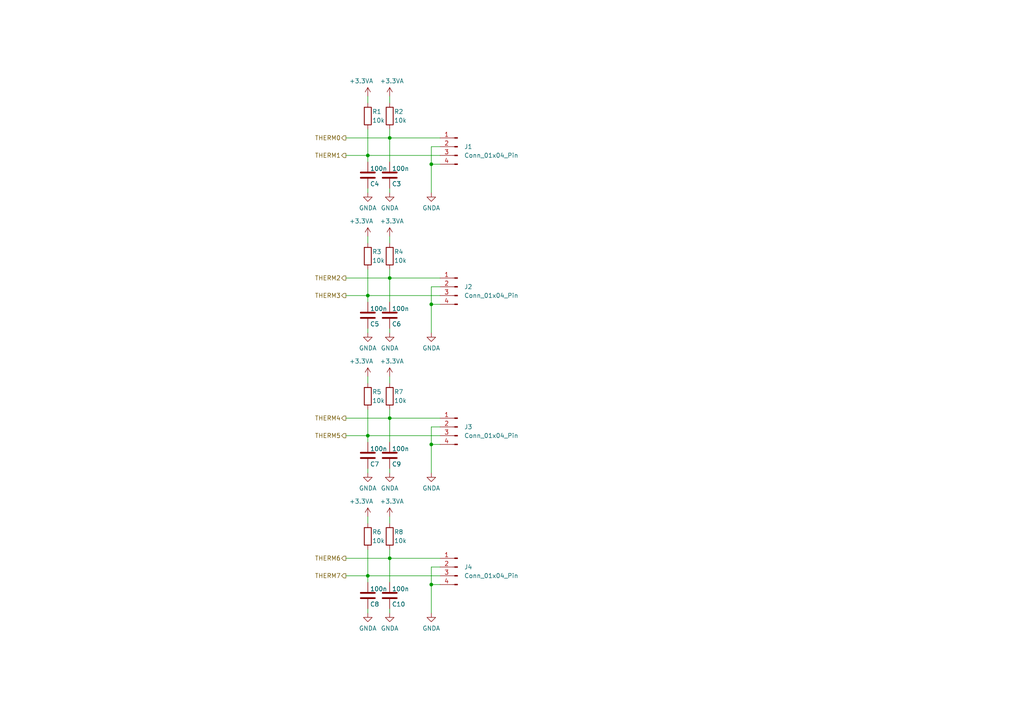
<source format=kicad_sch>
(kicad_sch (version 20230121) (generator eeschema)
  (paper "A4")
  (lib_symbols
    (symbol "Connector:Conn_01x04_Pin" (pin_names (offset 1.016) hide)
      (property "Reference" "J" (at 0 5.08 0))
      (property "Value" "Conn_01x04_Pin" (at 0 -7.62 0))
      (symbol "Conn_01x04_Pin_1_1"
        (polyline (pts (xy 1.27 -5.08) (xy 0.8636 -5.08)) (stroke (width 0.1524)))
        (polyline (pts (xy 1.27 -2.54) (xy 0.8636 -2.54)) (stroke (width 0.1524)))
        (polyline (pts (xy 1.27 0) (xy 0.8636 0)) (stroke (width 0.1524)))
        (polyline (pts (xy 1.27 2.54) (xy 0.8636 2.54)) (stroke (width 0.1524)))
        (rectangle (start 0.8636 -4.953) (end 0 -5.207) (stroke (width 0.1524)) (fill (type outline)))
        (rectangle (start 0.8636 -2.413) (end 0 -2.667) (stroke (width 0.1524)) (fill (type outline)))
        (rectangle (start 0.8636 0.127) (end 0 -0.127) (stroke (width 0.1524)) (fill (type outline)))
        (rectangle (start 0.8636 2.667) (end 0 2.413) (stroke (width 0.1524)) (fill (type outline)))
        (pin passive line (at 5.08 2.54 180) (length 3.81) (name "Pin_1") (number "1"))
        (pin passive line (at 5.08 0 180) (length 3.81) (name "Pin_2") (number "2"))
        (pin passive line (at 5.08 -2.54 180) (length 3.81) (name "Pin_3") (number "3"))
        (pin passive line (at 5.08 -5.08 180) (length 3.81) (name "Pin_4") (number "4"))
      )
    )
    (symbol "Device:C" (pin_numbers hide) (pin_names (offset 0.254))
      (property "Reference" "C" (at 0.635 2.54 0))
      (property "Value" "C" (at 0.635 -2.54 0))
      (symbol "C_0_1"
        (polyline (pts (xy -2.032 -0.762) (xy 2.032 -0.762)) (stroke (width 0.508)))
        (polyline (pts (xy -2.032 0.762) (xy 2.032 0.762)) (stroke (width 0.508)))
      )
      (symbol "C_1_1"
        (pin passive line (at 0 3.81 270) (length 2.794) (name "~") (number "1"))
        (pin passive line (at 0 -3.81 90) (length 2.794) (name "~") (number "2"))
      )
    )
    (symbol "Device:R" (pin_numbers hide) (pin_names (offset 0))
      (property "Reference" "R" (at 2.032 0 90))
      (property "Value" "R" (at 0 0 90))
      (symbol "R_0_1"
        (rectangle (start -1.016 -2.54) (end 1.016 2.54) (stroke (width 0.254)))
      )
      (symbol "R_1_1"
        (pin passive line (at 0 3.81 270) (length 1.27) (name "~") (number "1"))
        (pin passive line (at 0 -3.81 90) (length 1.27) (name "~") (number "2"))
      )
    )
    (symbol "power:+3.3VA" (power) (pin_names (offset 0))
      (property "Value" "+3.3VA" (at 0 3.556 0))
      (symbol "+3.3VA_0_1"
        (polyline (pts (xy -0.762 1.27) (xy 0 2.54)))
        (polyline (pts (xy 0 0) (xy 0 2.54)))
        (polyline (pts (xy 0 2.54) (xy 0.762 1.27)))
      )
      (symbol "+3.3VA_1_1"
        (pin power_in line (at 0 0 90) (length 0) hide (name "+3.3VA") (number "1"))
      )
    )
    (symbol "power:GNDA" (power) (pin_names (offset 0))
      (property "Value" "GNDA" (at 0 -3.81 0))
      (symbol "GNDA_0_1"
        (polyline (pts (xy 0 0) (xy 0 -1.27) (xy 1.27 -1.27) (xy 0 -2.54) (xy -1.27 -1.27) (xy 0 -1.27)))
      )
      (symbol "GNDA_1_1"
        (pin power_in line (at 0 0 270) (length 0) hide (name "GNDA") (number "1"))
      )
    )
  )
  (junction (at 125.095 88.265))
  (junction (at 113.03 40.005))
  (junction (at 125.095 47.625))
  (junction (at 125.095 169.545))
  (junction (at 125.095 128.905))
  (junction (at 106.68 85.725))
  (junction (at 113.03 161.925))
  (junction (at 113.03 121.285))
  (junction (at 113.03 80.645))
  (junction (at 106.68 167.005))
  (junction (at 106.68 45.085))
  (junction (at 106.68 126.365))
  (wire (pts (xy 125.095 164.465) (xy 125.095 169.545)))
  (wire (pts (xy 106.68 85.725) (xy 106.68 87.63)))
  (wire (pts (xy 113.03 149.86) (xy 113.03 151.765)))
  (wire (pts (xy 106.68 126.365) (xy 106.68 128.27)))
  (wire (pts (xy 106.68 68.58) (xy 106.68 70.485)))
  (wire (pts (xy 113.03 121.285) (xy 113.03 118.745)))
  (wire (pts (xy 113.03 161.925) (xy 113.03 168.91)))
  (wire (pts (xy 100.33 45.085) (xy 106.68 45.085)))
  (wire (pts (xy 113.03 135.89) (xy 113.03 137.16)))
  (wire (pts (xy 127.635 45.085) (xy 106.68 45.085)))
  (wire (pts (xy 127.635 167.005) (xy 106.68 167.005)))
  (wire (pts (xy 106.68 109.22) (xy 106.68 111.125)))
  (wire (pts (xy 125.095 47.625) (xy 127.635 47.625)))
  (wire (pts (xy 125.095 88.265) (xy 127.635 88.265)))
  (wire (pts (xy 106.68 167.005) (xy 106.68 159.385)))
  (wire (pts (xy 127.635 85.725) (xy 106.68 85.725)))
  (wire (pts (xy 100.33 40.005) (xy 113.03 40.005)))
  (wire (pts (xy 100.33 85.725) (xy 106.68 85.725)))
  (wire (pts (xy 125.095 128.905) (xy 125.095 137.16)))
  (wire (pts (xy 125.095 128.905) (xy 127.635 128.905)))
  (wire (pts (xy 113.03 176.53) (xy 113.03 177.8)))
  (wire (pts (xy 106.68 176.53) (xy 106.68 177.8)))
  (wire (pts (xy 127.635 123.825) (xy 125.095 123.825)))
  (wire (pts (xy 113.03 161.925) (xy 113.03 159.385)))
  (wire (pts (xy 113.03 95.25) (xy 113.03 96.52)))
  (wire (pts (xy 125.095 47.625) (xy 125.095 55.88)))
  (wire (pts (xy 125.095 169.545) (xy 125.095 177.8)))
  (wire (pts (xy 113.03 80.645) (xy 113.03 87.63)))
  (wire (pts (xy 113.03 68.58) (xy 113.03 70.485)))
  (wire (pts (xy 113.03 27.94) (xy 113.03 29.845)))
  (wire (pts (xy 106.68 45.085) (xy 106.68 46.99)))
  (wire (pts (xy 113.03 40.005) (xy 113.03 37.465)))
  (wire (pts (xy 100.33 161.925) (xy 113.03 161.925)))
  (wire (pts (xy 125.095 42.545) (xy 125.095 47.625)))
  (wire (pts (xy 100.33 167.005) (xy 106.68 167.005)))
  (wire (pts (xy 106.68 126.365) (xy 106.68 118.745)))
  (wire (pts (xy 106.68 167.005) (xy 106.68 168.91)))
  (wire (pts (xy 125.095 169.545) (xy 127.635 169.545)))
  (wire (pts (xy 100.33 126.365) (xy 106.68 126.365)))
  (wire (pts (xy 125.095 88.265) (xy 125.095 96.52)))
  (wire (pts (xy 106.68 54.61) (xy 106.68 55.88)))
  (wire (pts (xy 127.635 42.545) (xy 125.095 42.545)))
  (wire (pts (xy 113.03 54.61) (xy 113.03 55.88)))
  (wire (pts (xy 125.095 123.825) (xy 125.095 128.905)))
  (wire (pts (xy 125.095 83.185) (xy 125.095 88.265)))
  (wire (pts (xy 100.33 121.285) (xy 113.03 121.285)))
  (wire (pts (xy 127.635 121.285) (xy 113.03 121.285)))
  (wire (pts (xy 113.03 109.22) (xy 113.03 111.125)))
  (wire (pts (xy 106.68 149.86) (xy 106.68 151.765)))
  (wire (pts (xy 113.03 121.285) (xy 113.03 128.27)))
  (wire (pts (xy 113.03 80.645) (xy 113.03 78.105)))
  (wire (pts (xy 127.635 126.365) (xy 106.68 126.365)))
  (wire (pts (xy 127.635 161.925) (xy 113.03 161.925)))
  (wire (pts (xy 127.635 80.645) (xy 113.03 80.645)))
  (wire (pts (xy 106.68 27.94) (xy 106.68 29.845)))
  (wire (pts (xy 127.635 83.185) (xy 125.095 83.185)))
  (wire (pts (xy 106.68 95.25) (xy 106.68 96.52)))
  (wire (pts (xy 106.68 135.89) (xy 106.68 137.16)))
  (wire (pts (xy 100.33 80.645) (xy 113.03 80.645)))
  (wire (pts (xy 113.03 40.005) (xy 113.03 46.99)))
  (wire (pts (xy 106.68 45.085) (xy 106.68 37.465)))
  (wire (pts (xy 106.68 85.725) (xy 106.68 78.105)))
  (wire (pts (xy 127.635 164.465) (xy 125.095 164.465)))
  (wire (pts (xy 127.635 40.005) (xy 113.03 40.005)))
  (hierarchical_label "THERM4" (shape output) (at 100.33 121.285 180))
  (hierarchical_label "THERM3" (shape output) (at 100.33 85.725 180))
  (hierarchical_label "THERM1" (shape output) (at 100.33 45.085 180))
  (hierarchical_label "THERM0" (shape output) (at 100.33 40.005 180))
  (hierarchical_label "THERM5" (shape output) (at 100.33 126.365 180))
  (hierarchical_label "THERM2" (shape output) (at 100.33 80.645 180))
  (hierarchical_label "THERM6" (shape output) (at 100.33 161.925 180))
  (hierarchical_label "THERM7" (shape output) (at 100.33 167.005 180))
  (symbol (lib_id "Device:R") (at 106.68 155.575 0) (unit 1)
    (property "Reference" "R6" (at 107.95 154.305 0) (effects (justify left)))
    (property "Value" "10k" (at 107.95 156.845 0) (effects (justify left)))
    (property "Footprint" "Resistor_SMD:R_0805_2012Metric_Pad1.20x1.40mm_HandSolder" (effects hide))
    (instances (project "tem" (path "" (reference "R6") (unit 1)) (path "" (reference "R12") (unit 1)) (path "" (reference "R20") (unit 1))))
  )
  (symbol (lib_id "power:GNDA") (at 125.095 96.52 0) (unit 1)
    (property "Reference" "#PWR012" (effects hide))
    (property "Value" "GNDA" (at 125.095 100.965 0))
    (instances (project "tem" (path "" (reference "#PWR012") (unit 1)) (path "" (reference "#PWR040") (unit 1)) (path "" (reference "#PWR060") (unit 1))))
  )
  (symbol (lib_id "Device:R") (at 113.03 155.575 0) (unit 1)
    (property "Reference" "R8" (at 114.3 154.305 0) (effects (justify left)))
    (property "Value" "10k" (at 114.3 156.845 0) (effects (justify left)))
    (property "Footprint" "Resistor_SMD:R_0805_2012Metric_Pad1.20x1.40mm_HandSolder" (effects hide))
    (instances (project "tem" (path "" (reference "R8") (unit 1)) (path "" (reference "R16") (unit 1)) (path "" (reference "R24") (unit 1))))
  )
  (symbol (lib_id "Device:R") (at 106.68 33.655 0) (unit 1)
    (property "Reference" "R1" (at 107.95 32.385 0) (effects (justify left)))
    (property "Value" "10k" (at 107.95 34.925 0) (effects (justify left)))
    (property "Footprint" "Resistor_SMD:R_0805_2012Metric_Pad1.20x1.40mm_HandSolder" (effects hide))
    (instances (project "tem" (path "" (reference "R1") (unit 1)) (path "" (reference "R9") (unit 1)) (path "" (reference "R17") (unit 1))))
  )
  (symbol (lib_id "Connector:Conn_01x04_Pin") (at 132.715 123.825 0) (mirror y) (unit 1)
    (property "Reference" "J3" (at 134.62 123.825 0) (effects (justify right)))
    (property "Value" "Conn_01x04_Pin" (at 134.62 126.365 0) (effects (justify right)))
    (property "Footprint" "sufst-lib:Thermistor_x2" (effects hide))
    (instances (project "tem" (path "" (reference "J3") (unit 1)) (path "" (reference "J7") (unit 1)) (path "" (reference "J11") (unit 1))))
  )
  (symbol (lib_id "power:+3.3VA") (at 113.03 27.94 0) (unit 1)
    (property "Reference" "#PWR05" (effects hide))
    (property "Value" "+3.3VA" (at 113.665 23.495 0))
    (instances (project "tem" (path "" (reference "#PWR05") (unit 1)) (path "" (reference "#PWR031") (unit 1)) (path "" (reference "#PWR051") (unit 1))))
  )
  (symbol (lib_id "Device:R") (at 113.03 33.655 0) (unit 1)
    (property "Reference" "R2" (at 114.3 32.385 0) (effects (justify left)))
    (property "Value" "10k" (at 114.3 34.925 0) (effects (justify left)))
    (property "Footprint" "Resistor_SMD:R_0805_2012Metric_Pad1.20x1.40mm_HandSolder" (effects hide))
    (instances (project "tem" (path "" (reference "R2") (unit 1)) (path "" (reference "R13") (unit 1)) (path "" (reference "R21") (unit 1))))
  )
  (symbol (lib_id "Connector:Conn_01x04_Pin") (at 132.715 83.185 0) (mirror y) (unit 1)
    (property "Reference" "J2" (at 134.62 83.185 0) (effects (justify right)))
    (property "Value" "Conn_01x04_Pin" (at 134.62 85.725 0) (effects (justify right)))
    (property "Footprint" "sufst-lib:Thermistor_x2" (effects hide))
    (instances (project "tem" (path "" (reference "J2") (unit 1)) (path "" (reference "J6") (unit 1)) (path "" (reference "J10") (unit 1))))
  )
  (symbol (lib_id "power:GNDA") (at 125.095 55.88 0) (unit 1)
    (property "Reference" "#PWR03" (effects hide))
    (property "Value" "GNDA" (at 125.095 60.325 0))
    (instances (project "tem" (path "" (reference "#PWR03") (unit 1)) (path "" (reference "#PWR039") (unit 1)) (path "" (reference "#PWR059") (unit 1))))
  )
  (symbol (lib_id "Device:R") (at 113.03 74.295 0) (unit 1)
    (property "Reference" "R4" (at 114.3 73.025 0) (effects (justify left)))
    (property "Value" "10k" (at 114.3 75.565 0) (effects (justify left)))
    (property "Footprint" "Resistor_SMD:R_0805_2012Metric_Pad1.20x1.40mm_HandSolder" (effects hide))
    (instances (project "tem" (path "" (reference "R4") (unit 1)) (path "" (reference "R14") (unit 1)) (path "" (reference "R22") (unit 1))))
  )
  (symbol (lib_id "Connector:Conn_01x04_Pin") (at 132.715 42.545 0) (mirror y) (unit 1)
    (property "Reference" "J1" (at 134.62 42.545 0) (effects (justify right)))
    (property "Value" "Conn_01x04_Pin" (at 134.62 45.085 0) (effects (justify right)))
    (property "Footprint" "sufst-lib:Thermistor_x2" (effects hide))
    (instances (project "tem" (path "" (reference "J1") (unit 1)) (path "" (reference "J5") (unit 1)) (path "" (reference "J9") (unit 1))))
  )
  (symbol (lib_id "power:+3.3VA") (at 113.03 109.22 0) (unit 1)
    (property "Reference" "#PWR017" (effects hide))
    (property "Value" "+3.3VA" (at 113.665 104.775 0))
    (instances (project "tem" (path "" (reference "#PWR017") (unit 1)) (path "" (reference "#PWR035") (unit 1)) (path "" (reference "#PWR055") (unit 1))))
  )
  (symbol (lib_id "power:+3.3VA") (at 106.68 68.58 0) (unit 1)
    (property "Reference" "#PWR08" (effects hide))
    (property "Value" "+3.3VA" (at 104.775 64.135 0))
    (instances (project "tem" (path "" (reference "#PWR08") (unit 1)) (path "" (reference "#PWR025") (unit 1)) (path "" (reference "#PWR045") (unit 1))))
  )
  (symbol (lib_id "power:GNDA") (at 113.03 177.8 0) (unit 1)
    (property "Reference" "#PWR020" (effects hide))
    (property "Value" "GNDA" (at 113.03 182.245 0))
    (instances (project "tem" (path "" (reference "#PWR020") (unit 1)) (path "" (reference "#PWR038") (unit 1)) (path "" (reference "#PWR058") (unit 1))))
  )
  (symbol (lib_id "Device:C") (at 106.68 50.8 0) (unit 1)
    (property "Reference" "C4" (at 107.315 53.34 0) (effects (justify left)))
    (property "Value" "100n" (at 107.315 48.895 0) (effects (justify left)))
    (property "Footprint" "Capacitor_SMD:C_0805_2012Metric_Pad1.18x1.45mm_HandSolder" (effects hide))
    (instances (project "tem" (path "" (reference "C4") (unit 1)) (path "" (reference "C11") (unit 1)) (path "" (reference "C19") (unit 1))))
  )
  (symbol (lib_id "power:GNDA") (at 125.095 137.16 0) (unit 1)
    (property "Reference" "#PWR021" (effects hide))
    (property "Value" "GNDA" (at 125.095 141.605 0))
    (instances (project "tem" (path "" (reference "#PWR021") (unit 1)) (path "" (reference "#PWR041") (unit 1)) (path "" (reference "#PWR061") (unit 1))))
  )
  (symbol (lib_id "Device:C") (at 106.68 132.08 0) (unit 1)
    (property "Reference" "C7" (at 107.315 134.62 0) (effects (justify left)))
    (property "Value" "100n" (at 107.315 130.175 0) (effects (justify left)))
    (property "Footprint" "Capacitor_SMD:C_0805_2012Metric_Pad1.18x1.45mm_HandSolder" (effects hide))
    (instances (project "tem" (path "" (reference "C7") (unit 1)) (path "" (reference "C13") (unit 1)) (path "" (reference "C21") (unit 1))))
  )
  (symbol (lib_id "power:GNDA") (at 106.68 55.88 0) (unit 1)
    (property "Reference" "#PWR07" (effects hide))
    (property "Value" "GNDA" (at 106.68 60.325 0))
    (instances (project "tem" (path "" (reference "#PWR07") (unit 1)) (path "" (reference "#PWR024") (unit 1)) (path "" (reference "#PWR044") (unit 1))))
  )
  (symbol (lib_id "Device:R") (at 106.68 114.935 0) (unit 1)
    (property "Reference" "R5" (at 107.95 113.665 0) (effects (justify left)))
    (property "Value" "10k" (at 107.95 116.205 0) (effects (justify left)))
    (property "Footprint" "Resistor_SMD:R_0805_2012Metric_Pad1.20x1.40mm_HandSolder" (effects hide))
    (instances (project "tem" (path "" (reference "R5") (unit 1)) (path "" (reference "R11") (unit 1)) (path "" (reference "R19") (unit 1))))
  )
  (symbol (lib_id "power:GNDA") (at 113.03 55.88 0) (unit 1)
    (property "Reference" "#PWR06" (effects hide))
    (property "Value" "GNDA" (at 113.03 60.325 0))
    (instances (project "tem" (path "" (reference "#PWR06") (unit 1)) (path "" (reference "#PWR032") (unit 1)) (path "" (reference "#PWR052") (unit 1))))
  )
  (symbol (lib_id "Device:C") (at 113.03 172.72 0) (unit 1)
    (property "Reference" "C10" (at 113.665 175.26 0) (effects (justify left)))
    (property "Value" "100n" (at 113.665 170.815 0) (effects (justify left)))
    (property "Footprint" "Capacitor_SMD:C_0805_2012Metric_Pad1.18x1.45mm_HandSolder" (effects hide))
    (instances (project "tem" (path "" (reference "C10") (unit 1)) (path "" (reference "C18") (unit 1)) (path "" (reference "C26") (unit 1))))
  )
  (symbol (lib_id "power:+3.3VA") (at 113.03 149.86 0) (unit 1)
    (property "Reference" "#PWR019" (effects hide))
    (property "Value" "+3.3VA" (at 113.665 145.415 0))
    (instances (project "tem" (path "" (reference "#PWR019") (unit 1)) (path "" (reference "#PWR037") (unit 1)) (path "" (reference "#PWR057") (unit 1))))
  )
  (symbol (lib_id "Device:C") (at 113.03 50.8 0) (unit 1)
    (property "Reference" "C3" (at 113.665 53.34 0) (effects (justify left)))
    (property "Value" "100n" (at 113.665 48.895 0) (effects (justify left)))
    (property "Footprint" "Capacitor_SMD:C_0805_2012Metric_Pad1.18x1.45mm_HandSolder" (effects hide))
    (instances (project "tem" (path "" (reference "C3") (unit 1)) (path "" (reference "C15") (unit 1)) (path "" (reference "C23") (unit 1))))
  )
  (symbol (lib_id "Device:C") (at 106.68 172.72 0) (unit 1)
    (property "Reference" "C8" (at 107.315 175.26 0) (effects (justify left)))
    (property "Value" "100n" (at 107.315 170.815 0) (effects (justify left)))
    (property "Footprint" "Capacitor_SMD:C_0805_2012Metric_Pad1.18x1.45mm_HandSolder" (effects hide))
    (instances (project "tem" (path "" (reference "C8") (unit 1)) (path "" (reference "C14") (unit 1)) (path "" (reference "C22") (unit 1))))
  )
  (symbol (lib_id "power:GNDA") (at 106.68 96.52 0) (unit 1)
    (property "Reference" "#PWR09" (effects hide))
    (property "Value" "GNDA" (at 106.68 100.965 0))
    (instances (project "tem" (path "" (reference "#PWR09") (unit 1)) (path "" (reference "#PWR026") (unit 1)) (path "" (reference "#PWR046") (unit 1))))
  )
  (symbol (lib_id "Device:C") (at 106.68 91.44 0) (unit 1)
    (property "Reference" "C5" (at 107.315 93.98 0) (effects (justify left)))
    (property "Value" "100n" (at 107.315 89.535 0) (effects (justify left)))
    (property "Footprint" "Capacitor_SMD:C_0805_2012Metric_Pad1.18x1.45mm_HandSolder" (effects hide))
    (instances (project "tem" (path "" (reference "C5") (unit 1)) (path "" (reference "C12") (unit 1)) (path "" (reference "C20") (unit 1))))
  )
  (symbol (lib_id "Device:C") (at 113.03 91.44 0) (unit 1)
    (property "Reference" "C6" (at 113.665 93.98 0) (effects (justify left)))
    (property "Value" "100n" (at 113.665 89.535 0) (effects (justify left)))
    (property "Footprint" "Capacitor_SMD:C_0805_2012Metric_Pad1.18x1.45mm_HandSolder" (effects hide))
    (instances (project "tem" (path "" (reference "C6") (unit 1)) (path "" (reference "C16") (unit 1)) (path "" (reference "C24") (unit 1))))
  )
  (symbol (lib_id "Device:C") (at 113.03 132.08 0) (unit 1)
    (property "Reference" "C9" (at 113.665 134.62 0) (effects (justify left)))
    (property "Value" "100n" (at 113.665 130.175 0) (effects (justify left)))
    (property "Footprint" "Capacitor_SMD:C_0805_2012Metric_Pad1.18x1.45mm_HandSolder" (effects hide))
    (instances (project "tem" (path "" (reference "C9") (unit 1)) (path "" (reference "C17") (unit 1)) (path "" (reference "C25") (unit 1))))
  )
  (symbol (lib_id "power:+3.3VA") (at 106.68 149.86 0) (unit 1)
    (property "Reference" "#PWR015" (effects hide))
    (property "Value" "+3.3VA" (at 104.775 145.415 0))
    (instances (project "tem" (path "" (reference "#PWR015") (unit 1)) (path "" (reference "#PWR029") (unit 1)) (path "" (reference "#PWR049") (unit 1))))
  )
  (symbol (lib_id "power:GNDA") (at 106.68 137.16 0) (unit 1)
    (property "Reference" "#PWR014" (effects hide))
    (property "Value" "GNDA" (at 106.68 141.605 0))
    (instances (project "tem" (path "" (reference "#PWR014") (unit 1)) (path "" (reference "#PWR028") (unit 1)) (path "" (reference "#PWR048") (unit 1))))
  )
  (symbol (lib_id "Device:R") (at 113.03 114.935 0) (unit 1)
    (property "Reference" "R7" (at 114.3 113.665 0) (effects (justify left)))
    (property "Value" "10k" (at 114.3 116.205 0) (effects (justify left)))
    (property "Footprint" "Resistor_SMD:R_0805_2012Metric_Pad1.20x1.40mm_HandSolder" (effects hide))
    (instances (project "tem" (path "" (reference "R7") (unit 1)) (path "" (reference "R15") (unit 1)) (path "" (reference "R23") (unit 1))))
  )
  (symbol (lib_id "power:GNDA") (at 113.03 96.52 0) (unit 1)
    (property "Reference" "#PWR011" (effects hide))
    (property "Value" "GNDA" (at 113.03 100.965 0))
    (instances (project "tem" (path "" (reference "#PWR011") (unit 1)) (path "" (reference "#PWR034") (unit 1)) (path "" (reference "#PWR054") (unit 1))))
  )
  (symbol (lib_id "power:GNDA") (at 106.68 177.8 0) (unit 1)
    (property "Reference" "#PWR016" (effects hide))
    (property "Value" "GNDA" (at 106.68 182.245 0))
    (instances (project "tem" (path "" (reference "#PWR016") (unit 1)) (path "" (reference "#PWR030") (unit 1)) (path "" (reference "#PWR050") (unit 1))))
  )
  (symbol (lib_id "power:GNDA") (at 125.095 177.8 0) (unit 1)
    (property "Reference" "#PWR022" (effects hide))
    (property "Value" "GNDA" (at 125.095 182.245 0))
    (instances (project "tem" (path "" (reference "#PWR022") (unit 1)) (path "" (reference "#PWR042") (unit 1)) (path "" (reference "#PWR062") (unit 1))))
  )
  (symbol (lib_id "power:+3.3VA") (at 106.68 27.94 0) (unit 1)
    (property "Reference" "#PWR04" (effects hide))
    (property "Value" "+3.3VA" (at 104.775 23.495 0))
    (instances (project "tem" (path "" (reference "#PWR04") (unit 1)) (path "" (reference "#PWR023") (unit 1)) (path "" (reference "#PWR043") (unit 1))))
  )
  (symbol (lib_id "power:GNDA") (at 113.03 137.16 0) (unit 1)
    (property "Reference" "#PWR018" (effects hide))
    (property "Value" "GNDA" (at 113.03 141.605 0))
    (instances (project "tem" (path "" (reference "#PWR018") (unit 1)) (path "" (reference "#PWR036") (unit 1)) (path "" (reference "#PWR056") (unit 1))))
  )
  (symbol (lib_id "Device:R") (at 106.68 74.295 0) (unit 1)
    (property "Reference" "R3" (at 107.95 73.025 0) (effects (justify left)))
    (property "Value" "10k" (at 107.95 75.565 0) (effects (justify left)))
    (property "Footprint" "Resistor_SMD:R_0805_2012Metric_Pad1.20x1.40mm_HandSolder" (effects hide))
    (instances (project "tem" (path "" (reference "R3") (unit 1)) (path "" (reference "R10") (unit 1)) (path "" (reference "R18") (unit 1))))
  )
  (symbol (lib_id "power:+3.3VA") (at 106.68 109.22 0) (unit 1)
    (property "Reference" "#PWR013" (effects hide))
    (property "Value" "+3.3VA" (at 104.775 104.775 0))
    (instances (project "tem" (path "" (reference "#PWR013") (unit 1)) (path "" (reference "#PWR027") (unit 1)) (path "" (reference "#PWR047") (unit 1))))
  )
  (symbol (lib_id "power:+3.3VA") (at 113.03 68.58 0) (unit 1)
    (property "Reference" "#PWR010" (effects hide))
    (property "Value" "+3.3VA" (at 113.665 64.135 0))
    (instances (project "tem" (path "" (reference "#PWR010") (unit 1)) (path "" (reference "#PWR033") (unit 1)) (path "" (reference "#PWR053") (unit 1))))
  )
  (symbol (lib_id "Connector:Conn_01x04_Pin") (at 132.715 164.465 0) (mirror y) (unit 1)
    (property "Reference" "J4" (at 134.62 164.465 0) (effects (justify right)))
    (property "Value" "Conn_01x04_Pin" (at 134.62 167.005 0) (effects (justify right)))
    (property "Footprint" "sufst-lib:Thermistor_x2" (effects hide))
    (instances (project "tem" (path "" (reference "J4") (unit 1)) (path "" (reference "J8") (unit 1)) (path "" (reference "J12") (unit 1))))
  )
)
</source>
